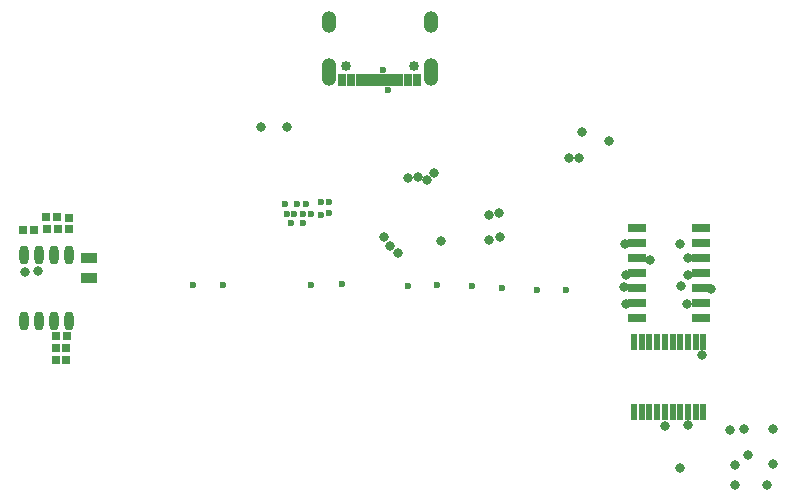
<source format=gbs>
%FSLAX25Y25*%
%MOIN*%
G70*
G01*
G75*
G04 Layer_Color=16711935*
%ADD10C,0.00787*%
%ADD11C,0.01181*%
%ADD12C,0.03937*%
%ADD13R,0.01969X0.02362*%
%ADD14R,0.05118X0.03150*%
%ADD15R,0.02362X0.01969*%
%ADD16R,0.03937X0.03543*%
%ADD17R,0.02756X0.04921*%
%ADD18R,0.06693X0.03543*%
%ADD19R,0.06299X0.04921*%
%ADD20O,0.02362X0.05512*%
%ADD21O,0.07874X0.05906*%
%ADD22R,0.07874X0.05906*%
%ADD23R,0.03150X0.05118*%
%ADD24R,0.03150X0.03150*%
%ADD25R,0.04921X0.02756*%
%ADD26R,0.05906X0.11811*%
%ADD27O,0.05906X0.07874*%
%ADD28R,0.05906X0.07874*%
%ADD29R,0.03543X0.03937*%
G04:AMPARAMS|DCode=30|XSize=118.11mil|YSize=59.06mil|CornerRadius=14.76mil|HoleSize=0mil|Usage=FLASHONLY|Rotation=270.000|XOffset=0mil|YOffset=0mil|HoleType=Round|Shape=RoundedRectangle|*
%AMROUNDEDRECTD30*
21,1,0.11811,0.02953,0,0,270.0*
21,1,0.08858,0.05906,0,0,270.0*
1,1,0.02953,-0.01476,-0.04429*
1,1,0.02953,-0.01476,0.04429*
1,1,0.02953,0.01476,0.04429*
1,1,0.02953,0.01476,-0.04429*
%
%ADD30ROUNDEDRECTD30*%
%ADD31C,0.07874*%
%ADD32R,0.30709X0.12598*%
%ADD33R,0.17717X0.18504*%
%ADD34R,0.14173X0.15354*%
%ADD35R,0.09843X0.11417*%
%ADD36C,0.02559*%
G04:AMPARAMS|DCode=37|XSize=39.37mil|YSize=82.68mil|CornerRadius=17.72mil|HoleSize=0mil|Usage=FLASHONLY|Rotation=0.000|XOffset=0mil|YOffset=0mil|HoleType=Round|Shape=RoundedRectangle|*
%AMROUNDEDRECTD37*
21,1,0.03937,0.04724,0,0,0.0*
21,1,0.00394,0.08268,0,0,0.0*
1,1,0.03543,0.00197,-0.02362*
1,1,0.03543,-0.00197,-0.02362*
1,1,0.03543,-0.00197,0.02362*
1,1,0.03543,0.00197,0.02362*
%
%ADD37ROUNDEDRECTD37*%
G04:AMPARAMS|DCode=38|XSize=39.37mil|YSize=62.99mil|CornerRadius=17.72mil|HoleSize=0mil|Usage=FLASHONLY|Rotation=0.000|XOffset=0mil|YOffset=0mil|HoleType=Round|Shape=RoundedRectangle|*
%AMROUNDEDRECTD38*
21,1,0.03937,0.02756,0,0,0.0*
21,1,0.00394,0.06299,0,0,0.0*
1,1,0.03543,0.00197,-0.01378*
1,1,0.03543,-0.00197,-0.01378*
1,1,0.03543,-0.00197,0.01378*
1,1,0.03543,0.00197,0.01378*
%
%ADD38ROUNDEDRECTD38*%
%ADD39C,0.02362*%
%ADD40C,0.00197*%
%ADD41C,0.01969*%
%ADD42R,0.01181X0.03347*%
%ADD43R,0.02362X0.03347*%
%ADD44R,0.05512X0.02362*%
%ADD45R,0.01575X0.04724*%
%ADD46C,0.11811*%
%ADD47C,0.00984*%
%ADD48C,0.00394*%
%ADD49C,0.00500*%
%ADD50C,0.01000*%
%ADD51R,0.02769X0.03162*%
%ADD52R,0.05918X0.03950*%
%ADD53R,0.03162X0.02769*%
%ADD54R,0.04737X0.04343*%
%ADD55R,0.03556X0.05721*%
%ADD56R,0.07493X0.04343*%
%ADD57R,0.07099X0.05721*%
%ADD58O,0.03162X0.06312*%
%ADD59O,0.08674X0.06706*%
%ADD60R,0.08674X0.06706*%
%ADD61R,0.03950X0.05918*%
%ADD62R,0.03543X0.03543*%
%ADD63R,0.05721X0.03556*%
%ADD64R,0.06706X0.12611*%
%ADD65O,0.06706X0.08674*%
%ADD66R,0.06706X0.08674*%
%ADD67R,0.04343X0.04737*%
G04:AMPARAMS|DCode=68|XSize=126.11mil|YSize=67.06mil|CornerRadius=18.76mil|HoleSize=0mil|Usage=FLASHONLY|Rotation=270.000|XOffset=0mil|YOffset=0mil|HoleType=Round|Shape=RoundedRectangle|*
%AMROUNDEDRECTD68*
21,1,0.12611,0.02953,0,0,270.0*
21,1,0.08858,0.06706,0,0,270.0*
1,1,0.03753,-0.01476,-0.04429*
1,1,0.03753,-0.01476,0.04429*
1,1,0.03753,0.01476,0.04429*
1,1,0.03753,0.01476,-0.04429*
%
%ADD68ROUNDEDRECTD68*%
%ADD69C,0.03359*%
G04:AMPARAMS|DCode=70|XSize=47.37mil|YSize=90.68mil|CornerRadius=21.72mil|HoleSize=0mil|Usage=FLASHONLY|Rotation=0.000|XOffset=0mil|YOffset=0mil|HoleType=Round|Shape=RoundedRectangle|*
%AMROUNDEDRECTD70*
21,1,0.04737,0.04724,0,0,0.0*
21,1,0.00394,0.09068,0,0,0.0*
1,1,0.04343,0.00197,-0.02362*
1,1,0.04343,-0.00197,-0.02362*
1,1,0.04343,-0.00197,0.02362*
1,1,0.04343,0.00197,0.02362*
%
%ADD70ROUNDEDRECTD70*%
G04:AMPARAMS|DCode=71|XSize=47.37mil|YSize=70.99mil|CornerRadius=21.72mil|HoleSize=0mil|Usage=FLASHONLY|Rotation=0.000|XOffset=0mil|YOffset=0mil|HoleType=Round|Shape=RoundedRectangle|*
%AMROUNDEDRECTD71*
21,1,0.04737,0.02756,0,0,0.0*
21,1,0.00394,0.07099,0,0,0.0*
1,1,0.04343,0.00197,-0.01378*
1,1,0.04343,-0.00197,-0.01378*
1,1,0.04343,-0.00197,0.01378*
1,1,0.04343,0.00197,0.01378*
%
%ADD71ROUNDEDRECTD71*%
%ADD72C,0.03162*%
%ADD73R,0.01981X0.04147*%
%ADD74R,0.03162X0.04147*%
%ADD75R,0.06312X0.03162*%
%ADD76R,0.02375X0.05524*%
D39*
X-62205Y49213D02*
D03*
X30709Y48819D02*
D03*
X19291Y49213D02*
D03*
X2953Y114173D02*
D03*
X984Y121063D02*
D03*
X52362Y47638D02*
D03*
X62205D02*
D03*
X40945Y48425D02*
D03*
X9449Y48819D02*
D03*
X-52362Y49213D02*
D03*
X-12598Y49606D02*
D03*
X-22835Y49213D02*
D03*
X-31496Y76294D02*
D03*
X-27559D02*
D03*
X-24606D02*
D03*
X-19685Y76772D02*
D03*
X-16732D02*
D03*
Y73327D02*
D03*
X-19685Y72638D02*
D03*
X-22835Y72835D02*
D03*
X-25591D02*
D03*
X-28543D02*
D03*
X-30948D02*
D03*
X-29528Y69882D02*
D03*
X-25591D02*
D03*
D51*
X-107988Y24197D02*
D03*
X-104445Y24197D02*
D03*
X-107972Y28150D02*
D03*
X-104429D02*
D03*
X-107874Y32185D02*
D03*
X-104331D02*
D03*
X-115173Y67602D02*
D03*
X-118717Y67602D02*
D03*
X-110827Y67815D02*
D03*
X-107283D02*
D03*
X-107506Y71949D02*
D03*
X-111049D02*
D03*
D53*
X-103559Y71571D02*
D03*
X-103559Y68028D02*
D03*
D58*
X-108622Y37106D02*
D03*
X-108622Y59153D02*
D03*
X-118622D02*
D03*
X-113622Y37106D02*
D03*
X-103622D02*
D03*
X-113622Y59153D02*
D03*
X-103622D02*
D03*
X-118622Y37106D02*
D03*
D63*
X-96850Y58169D02*
D03*
Y51476D02*
D03*
D69*
X-11339Y122313D02*
D03*
X11417D02*
D03*
D70*
X-17028Y120344D02*
D03*
X17008D02*
D03*
D71*
X17028Y136801D02*
D03*
X-17028D02*
D03*
D72*
X122700Y-7500D02*
D03*
X100000Y-11900D02*
D03*
X129300Y-17500D02*
D03*
X118400D02*
D03*
X118500Y-10800D02*
D03*
X131200Y-10400D02*
D03*
X131300Y1200D02*
D03*
X121600D02*
D03*
X95200Y2300D02*
D03*
X102900Y2500D02*
D03*
X116900Y1000D02*
D03*
X102776Y58169D02*
D03*
X20473Y63783D02*
D03*
X36417Y64173D02*
D03*
X6299Y59842D02*
D03*
X15847Y84355D02*
D03*
X36614Y72638D02*
D03*
X-118110Y53543D02*
D03*
X-113779Y53937D02*
D03*
X-39393Y102060D02*
D03*
X-30948Y101906D02*
D03*
X9449Y85039D02*
D03*
X12659Y85249D02*
D03*
X18012Y86713D02*
D03*
X76378Y97244D02*
D03*
X66535Y91732D02*
D03*
X67323Y100394D02*
D03*
X63189Y91732D02*
D03*
X1476Y65158D02*
D03*
X3543Y62131D02*
D03*
X107382Y25886D02*
D03*
X110630Y48031D02*
D03*
X102776Y52559D02*
D03*
X102362Y43012D02*
D03*
X100197Y62992D02*
D03*
X100394Y48819D02*
D03*
X81890Y62992D02*
D03*
X81496Y48591D02*
D03*
X82284Y43012D02*
D03*
Y52756D02*
D03*
X90158Y57480D02*
D03*
X39724Y73228D02*
D03*
X40157Y65354D02*
D03*
D73*
X-984Y117529D02*
D03*
X6890D02*
D03*
X4921D02*
D03*
X2953D02*
D03*
X984D02*
D03*
X-2953D02*
D03*
X-4921D02*
D03*
X-6890D02*
D03*
D74*
X-12598D02*
D03*
X-9449D02*
D03*
X12598D02*
D03*
X9449D02*
D03*
D75*
X107283Y68110D02*
D03*
Y38110D02*
D03*
Y43110D02*
D03*
Y48110D02*
D03*
Y53110D02*
D03*
Y58110D02*
D03*
Y63110D02*
D03*
X85827Y68110D02*
D03*
Y63110D02*
D03*
Y58110D02*
D03*
Y53110D02*
D03*
Y48110D02*
D03*
Y43110D02*
D03*
Y38110D02*
D03*
D76*
X107874Y30413D02*
D03*
X105315D02*
D03*
X102756D02*
D03*
X100197D02*
D03*
X97638D02*
D03*
X95079D02*
D03*
X92520D02*
D03*
X89961D02*
D03*
X87402D02*
D03*
X84842D02*
D03*
Y6791D02*
D03*
X87402D02*
D03*
X89961D02*
D03*
X92520D02*
D03*
X95079D02*
D03*
X97638D02*
D03*
X100197D02*
D03*
X102756D02*
D03*
X105315D02*
D03*
X107874D02*
D03*
M02*

</source>
